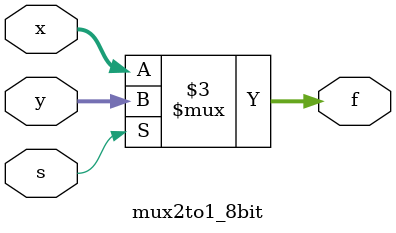
<source format=v>
`timescale 1ns / 1ps


module mux2to1_8bit(
    input [7:0] x, y,
    input s,
    output reg [7:0] f
    );
    
    always @(x,y,s)
    begin   
        if(s)
        begin
            f = y;
        end
        else
        begin
            f = x;
        end
    end
       
endmodule

</source>
